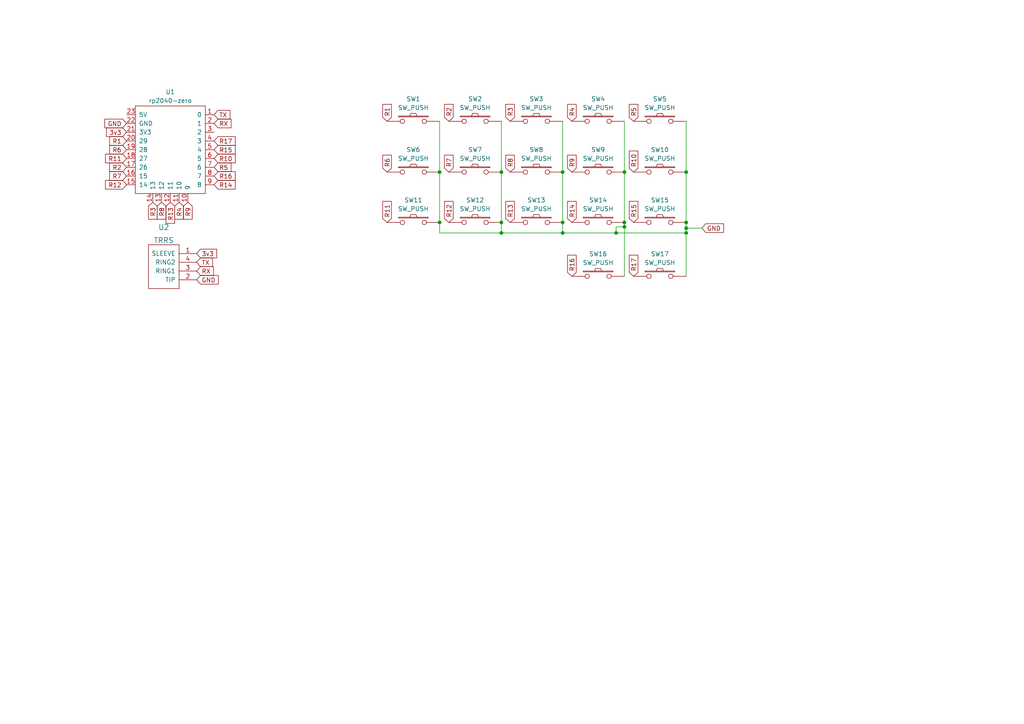
<source format=kicad_sch>
(kicad_sch (version 20230121) (generator eeschema)
  (paper "A4")
  (lib_symbols
    (symbol "kbd:SW_PUSH" (pin_numbers hide) (pin_names (offset 1.016) hide)
      (property "Reference" "SW" (at 3.81 2.794 0))
      (property "Value" "SW_PUSH" (at 0 -2.032 0))
      (symbol "SW_PUSH_0_1"
        (rectangle (start -4.318 1.27) (end 4.318 1.524))
        (polyline (pts (xy -1.016 1.524) (xy -0.762 2.286) (xy 0.762 2.286) (xy 1.016 1.524)))
        (pin passive inverted (at -7.62 0 0) (length 5.08) (name "1") (number "1"))
        (pin passive inverted (at 7.62 0 180) (length 5.08) (name "2") (number "2"))
      )
    )
    (symbol "keebio:TRRS" (pin_names (offset 1.016))
      (property "Reference" "U" (at 0 15.24 0))
      (property "Value" "TRRS" (at 0 -2.54 0))
      (symbol "TRRS_0_1"
        (rectangle (start -3.81 0) (end -3.81 12.7))
        (rectangle (start -3.81 12.7) (end 5.08 12.7))
        (rectangle (start 5.08 0) (end -3.81 0))
        (rectangle (start 5.08 12.7) (end 5.08 0))
      )
      (symbol "TRRS_1_1"
        (pin input line (at -8.89 2.54 0) (length 5.08) (name "SLEEVE") (number "1"))
        (pin input line (at -8.89 10.16 0) (length 5.08) (name "TIP") (number "2"))
        (pin input line (at -8.89 7.62 0) (length 5.08) (name "RING1") (number "3"))
        (pin input line (at -8.89 5.08 0) (length 5.08) (name "RING2") (number "4"))
      )
    )
    (symbol "mcu:rp2040-zero" (pin_names (offset 1.016))
      (property "Reference" "U" (at 0 15.24 0))
      (property "Value" "rp2040-zero" (at 0 12.7 0))
      (symbol "rp2040-zero_0_1"
        (rectangle (start -10.16 11.43) (end 10.16 -13.97))
      )
      (symbol "rp2040-zero_1_1"
        (pin bidirectional line (at 12.7 8.89 180) (length 2.54) (name "0") (number "1"))
        (pin bidirectional line (at 5.08 -16.51 90) (length 2.54) (name "9") (number "10"))
        (pin bidirectional line (at 2.54 -16.51 90) (length 2.54) (name "10") (number "11"))
        (pin bidirectional line (at 0 -16.51 90) (length 2.54) (name "11") (number "12"))
        (pin bidirectional line (at -2.54 -16.51 90) (length 2.54) (name "12") (number "13"))
        (pin bidirectional line (at -5.08 -16.51 90) (length 2.54) (name "13") (number "14"))
        (pin bidirectional line (at -12.7 -11.43 0) (length 2.54) (name "14") (number "15"))
        (pin bidirectional line (at -12.7 -8.89 0) (length 2.54) (name "15") (number "16"))
        (pin bidirectional line (at -12.7 -6.35 0) (length 2.54) (name "26") (number "17"))
        (pin bidirectional line (at -12.7 -3.81 0) (length 2.54) (name "27") (number "18"))
        (pin bidirectional line (at -12.7 -1.27 0) (length 2.54) (name "28") (number "19"))
        (pin bidirectional line (at 12.7 6.35 180) (length 2.54) (name "1") (number "2"))
        (pin bidirectional line (at -12.7 1.27 0) (length 2.54) (name "29") (number "20"))
        (pin power_out line (at -12.7 3.81 0) (length 2.54) (name "3V3") (number "21"))
        (pin power_out line (at -12.7 6.35 0) (length 2.54) (name "GND") (number "22"))
        (pin power_out line (at -12.7 8.89 0) (length 2.54) (name "5V") (number "23"))
        (pin bidirectional line (at 12.7 3.81 180) (length 2.54) (name "2") (number "3"))
        (pin bidirectional line (at 12.7 1.27 180) (length 2.54) (name "3") (number "4"))
        (pin bidirectional line (at 12.7 -1.27 180) (length 2.54) (name "4") (number "5"))
        (pin bidirectional line (at 12.7 -3.81 180) (length 2.54) (name "5") (number "6"))
        (pin bidirectional line (at 12.7 -6.35 180) (length 2.54) (name "6") (number "7"))
        (pin bidirectional line (at 12.7 -8.89 180) (length 2.54) (name "7") (number "8"))
        (pin bidirectional line (at 12.7 -11.43 180) (length 2.54) (name "8") (number "9"))
      )
    )
  )
  (junction (at 163.195 67.564))
  (junction (at 181.102 65.786))
  (junction (at 199.009 66.167))
  (junction (at 199.009 64.516))
  (junction (at 145.415 67.564))
  (junction (at 127.508 49.911))
  (junction (at 181.102 64.516))
  (junction (at 163.195 64.516))
  (junction (at 199.009 49.911))
  (junction (at 163.195 49.911))
  (junction (at 145.415 64.516))
  (junction (at 178.689 67.564))
  (junction (at 199.009 67.564))
  (junction (at 145.415 49.911))
  (junction (at 127.508 64.516))
  (junction (at 181.102 49.911))
  (wire (pts (xy 199.009 66.167) (xy 199.009 67.564)))
  (wire (pts (xy 178.689 65.786) (xy 181.102 65.786)))
  (wire (pts (xy 199.009 35.179) (xy 199.009 49.911)))
  (wire (pts (xy 127.508 35.179) (xy 127.508 49.911)))
  (wire (pts (xy 145.415 67.564) (xy 163.195 67.564)))
  (wire (pts (xy 127.508 49.911) (xy 127.508 64.516)))
  (wire (pts (xy 145.415 49.911) (xy 145.415 64.516)))
  (wire (pts (xy 199.009 67.564) (xy 199.009 80.137)))
  (wire (pts (xy 127.508 67.564) (xy 145.415 67.564)))
  (wire (pts (xy 163.195 49.911) (xy 163.195 64.516)))
  (wire (pts (xy 163.195 35.179) (xy 163.195 49.911)))
  (wire (pts (xy 163.195 64.516) (xy 163.195 67.564)))
  (wire (pts (xy 163.195 67.564) (xy 178.689 67.564)))
  (wire (pts (xy 181.102 49.911) (xy 181.102 64.516)))
  (wire (pts (xy 181.102 64.516) (xy 181.102 65.786)))
  (wire (pts (xy 145.415 64.516) (xy 145.415 67.564)))
  (wire (pts (xy 178.689 67.564) (xy 178.689 65.786)))
  (wire (pts (xy 199.009 66.167) (xy 203.581 66.167)))
  (wire (pts (xy 178.689 67.564) (xy 199.009 67.564)))
  (wire (pts (xy 199.009 64.516) (xy 199.009 66.167)))
  (wire (pts (xy 181.102 65.786) (xy 181.102 80.137)))
  (wire (pts (xy 127.508 64.516) (xy 127.508 67.564)))
  (wire (pts (xy 199.009 49.911) (xy 199.009 64.516)))
  (wire (pts (xy 145.415 35.179) (xy 145.415 49.911)))
  (wire (pts (xy 181.102 35.179) (xy 181.102 49.911)))
  (global_label "R4" (shape input) (at 51.943 58.674 270) (property "Intersheetrefs" "${INTERSHEET_REFS}" (effects hide)))
  (global_label "R6" (shape input) (at 112.268 49.911 90) (property "Intersheetrefs" "${INTERSHEET_REFS}" (effects hide)))
  (global_label "TX" (shape input) (at 57.023 76.073 0) (property "Intersheetrefs" "${INTERSHEET_REFS}" (effects hide)))
  (global_label "R5" (shape input) (at 183.769 35.179 90) (property "Intersheetrefs" "${INTERSHEET_REFS}" (effects hide)))
  (global_label "R14" (shape input) (at 62.103 53.594 0) (property "Intersheetrefs" "${INTERSHEET_REFS}" (effects hide)))
  (global_label "GND" (shape input) (at 57.023 81.153 0) (property "Intersheetrefs" "${INTERSHEET_REFS}" (effects hide)))
  (global_label "R6" (shape input) (at 36.703 43.434 180) (property "Intersheetrefs" "${INTERSHEET_REFS}" (effects hide)))
  (global_label "R9" (shape input) (at 54.483 58.674 270) (property "Intersheetrefs" "${INTERSHEET_REFS}" (effects hide)))
  (global_label "R17" (shape input) (at 62.103 40.894 0) (property "Intersheetrefs" "${INTERSHEET_REFS}" (effects hide)))
  (global_label "R9" (shape input) (at 165.862 49.911 90) (property "Intersheetrefs" "${INTERSHEET_REFS}" (effects hide)))
  (global_label "RX" (shape input) (at 62.103 35.814 0) (property "Intersheetrefs" "${INTERSHEET_REFS}" (effects hide)))
  (global_label "R13" (shape input) (at 49.403 58.674 270) (property "Intersheetrefs" "${INTERSHEET_REFS}" (effects hide)))
  (global_label "R15" (shape input) (at 62.103 43.434 0) (property "Intersheetrefs" "${INTERSHEET_REFS}" (effects hide)))
  (global_label "TX" (shape input) (at 62.103 33.274 0) (property "Intersheetrefs" "${INTERSHEET_REFS}" (effects hide)))
  (global_label "3v3" (shape input) (at 36.703 38.354 180) (property "Intersheetrefs" "${INTERSHEET_REFS}" (effects hide)))
  (global_label "R14" (shape input) (at 165.862 64.516 90) (property "Intersheetrefs" "${INTERSHEET_REFS}" (effects hide)))
  (global_label "R15" (shape input) (at 183.769 64.516 90) (property "Intersheetrefs" "${INTERSHEET_REFS}" (effects hide)))
  (global_label "R7" (shape input) (at 36.703 51.054 180) (property "Intersheetrefs" "${INTERSHEET_REFS}" (effects hide)))
  (global_label "R10" (shape input) (at 183.769 49.911 90) (property "Intersheetrefs" "${INTERSHEET_REFS}" (effects hide)))
  (global_label "R4" (shape input) (at 165.862 35.179 90) (property "Intersheetrefs" "${INTERSHEET_REFS}" (effects hide)))
  (global_label "RX" (shape input) (at 57.023 78.613 0) (property "Intersheetrefs" "${INTERSHEET_REFS}" (effects hide)))
  (global_label "3v3" (shape input) (at 57.023 73.533 0) (property "Intersheetrefs" "${INTERSHEET_REFS}" (effects hide)))
  (global_label "R11" (shape input) (at 112.268 64.516 90) (property "Intersheetrefs" "${INTERSHEET_REFS}" (effects hide)))
  (global_label "R5" (shape input) (at 62.103 48.514 0) (property "Intersheetrefs" "${INTERSHEET_REFS}" (effects hide)))
  (global_label "R16" (shape input) (at 62.103 51.054 0) (property "Intersheetrefs" "${INTERSHEET_REFS}" (effects hide)))
  (global_label "R17" (shape input) (at 183.769 80.137 90) (property "Intersheetrefs" "${INTERSHEET_REFS}" (effects hide)))
  (global_label "R2" (shape input) (at 130.175 35.179 90) (property "Intersheetrefs" "${INTERSHEET_REFS}" (effects hide)))
  (global_label "R12" (shape input) (at 36.703 53.594 180) (property "Intersheetrefs" "${INTERSHEET_REFS}" (effects hide)))
  (global_label "R3" (shape input) (at 147.955 35.179 90) (property "Intersheetrefs" "${INTERSHEET_REFS}" (effects hide)))
  (global_label "R1" (shape input) (at 112.268 35.179 90) (property "Intersheetrefs" "${INTERSHEET_REFS}" (effects hide)))
  (global_label "R10" (shape input) (at 62.103 45.974 0) (property "Intersheetrefs" "${INTERSHEET_REFS}" (effects hide)))
  (global_label "R13" (shape input) (at 147.955 64.516 90) (property "Intersheetrefs" "${INTERSHEET_REFS}" (effects hide)))
  (global_label "R8" (shape input) (at 46.863 58.674 270) (property "Intersheetrefs" "${INTERSHEET_REFS}" (effects hide)))
  (global_label "GND" (shape input) (at 203.581 66.167 0) (property "Intersheetrefs" "${INTERSHEET_REFS}" (effects hide)))
  (global_label "R2" (shape input) (at 36.703 48.514 180) (property "Intersheetrefs" "${INTERSHEET_REFS}" (effects hide)))
  (global_label "R11" (shape input) (at 36.703 45.974 180) (property "Intersheetrefs" "${INTERSHEET_REFS}" (effects hide)))
  (global_label "R7" (shape input) (at 130.175 49.911 90) (property "Intersheetrefs" "${INTERSHEET_REFS}" (effects hide)))
  (global_label "R3" (shape input) (at 44.323 58.674 270) (property "Intersheetrefs" "${INTERSHEET_REFS}" (effects hide)))
  (global_label "GND" (shape input) (at 36.703 35.814 180) (property "Intersheetrefs" "${INTERSHEET_REFS}" (effects hide)))
  (global_label "R12" (shape input) (at 130.175 64.516 90) (property "Intersheetrefs" "${INTERSHEET_REFS}" (effects hide)))
  (global_label "R1" (shape input) (at 36.703 40.894 180) (property "Intersheetrefs" "${INTERSHEET_REFS}" (effects hide)))
  (global_label "R16" (shape input) (at 165.862 80.137 90) (property "Intersheetrefs" "${INTERSHEET_REFS}" (effects hide)))
  (global_label "R8" (shape input) (at 147.955 49.911 90) (property "Intersheetrefs" "${INTERSHEET_REFS}" (effects hide)))
  (symbol (lib_id "kbd:SW_PUSH") (at 191.389 49.911 0) (unit 1)
    (property "Reference" "SW10" (at 191.389 43.434 0))
    (property "Value" "SW_PUSH" (at 191.389 45.974 0))
    (property "Footprint" "kbd:CherryMX_MidHeight_Hotswap" (effects hide))
  )
  (symbol (lib_id "kbd:SW_PUSH") (at 119.888 49.911 0) (unit 1)
    (property "Reference" "SW6" (at 119.888 43.434 0))
    (property "Value" "SW_PUSH" (at 119.888 45.974 0))
    (property "Footprint" "kbd:CherryMX_MidHeight_Hotswap" (effects hide))
  )
  (symbol (lib_id "kbd:SW_PUSH") (at 173.482 64.516 0) (unit 1)
    (property "Reference" "SW14" (at 173.482 58.039 0))
    (property "Value" "SW_PUSH" (at 173.482 60.579 0))
    (property "Footprint" "kbd:CherryMX_MidHeight_Hotswap" (effects hide))
  )
  (symbol (lib_id "kbd:SW_PUSH") (at 137.795 64.516 0) (unit 1)
    (property "Reference" "SW12" (at 137.795 58.039 0))
    (property "Value" "SW_PUSH" (at 137.795 60.579 0))
    (property "Footprint" "kbd:CherryMX_MidHeight_Hotswap" (effects hide))
  )
  (symbol (lib_id "kbd:SW_PUSH") (at 191.389 35.179 0) (unit 1)
    (property "Reference" "SW5" (at 191.389 28.702 0))
    (property "Value" "SW_PUSH" (at 191.389 31.242 0))
    (property "Footprint" "kbd:CherryMX_MidHeight_Hotswap" (effects hide))
  )
  (symbol (lib_id "kbd:SW_PUSH") (at 155.575 35.179 0) (unit 1)
    (property "Reference" "SW3" (at 155.575 28.702 0))
    (property "Value" "SW_PUSH" (at 155.575 31.242 0))
    (property "Footprint" "kbd:CherryMX_MidHeight_Hotswap" (effects hide))
  )
  (symbol (lib_id "kbd:SW_PUSH") (at 137.795 35.179 0) (unit 1)
    (property "Reference" "SW2" (at 137.795 28.702 0))
    (property "Value" "SW_PUSH" (at 137.795 31.242 0))
    (property "Footprint" "kbd:CherryMX_MidHeight_Hotswap" (effects hide))
  )
  (symbol (lib_id "kbd:SW_PUSH") (at 155.575 64.516 0) (unit 1)
    (property "Reference" "SW13" (at 155.575 58.039 0))
    (property "Value" "SW_PUSH" (at 155.575 60.579 0))
    (property "Footprint" "kbd:CherryMX_MidHeight_Hotswap" (effects hide))
  )
  (symbol (lib_id "kbd:SW_PUSH") (at 155.575 49.911 0) (unit 1)
    (property "Reference" "SW8" (at 155.575 43.434 0))
    (property "Value" "SW_PUSH" (at 155.575 45.974 0))
    (property "Footprint" "kbd:CherryMX_MidHeight_Hotswap" (effects hide))
  )
  (symbol (lib_id "kbd:SW_PUSH") (at 173.482 49.911 0) (unit 1)
    (property "Reference" "SW9" (at 173.482 43.434 0))
    (property "Value" "SW_PUSH" (at 173.482 45.974 0))
    (property "Footprint" "kbd:CherryMX_MidHeight_Hotswap" (effects hide))
  )
  (symbol (lib_id "kbd:SW_PUSH") (at 137.795 49.911 0) (unit 1)
    (property "Reference" "SW7" (at 137.795 43.434 0))
    (property "Value" "SW_PUSH" (at 137.795 45.974 0))
    (property "Footprint" "kbd:CherryMX_MidHeight_Hotswap" (effects hide))
  )
  (symbol (lib_id "keebio:TRRS") (at 48.133 70.993 180) (unit 1)
    (property "Reference" "U2" (at 47.498 65.913 0) (effects (font (size 1.524 1.524))))
    (property "Value" "TRRS" (at 47.498 69.723 0) (effects (font (size 1.524 1.524))))
    (property "Footprint" "Keebio-Parts.pretty-master:TRRS-PJ-320A-rev - Copy" (effects hide))
  )
  (symbol (lib_id "kbd:SW_PUSH") (at 173.482 35.179 0) (unit 1)
    (property "Reference" "SW4" (at 173.482 28.702 0))
    (property "Value" "SW_PUSH" (at 173.482 31.242 0))
    (property "Footprint" "kbd:CherryMX_MidHeight_Hotswap" (effects hide))
  )
  (symbol (lib_id "kbd:SW_PUSH") (at 119.888 64.516 0) (unit 1)
    (property "Reference" "SW11" (at 119.888 58.039 0))
    (property "Value" "SW_PUSH" (at 119.888 60.579 0))
    (property "Footprint" "kbd:CherryMX_MidHeight_Hotswap" (effects hide))
  )
  (symbol (lib_id "mcu:rp2040-zero") (at 49.403 42.164 0) (unit 1)
    (property "Reference" "U1" (at 49.403 26.67 0))
    (property "Value" "rp2040-zero" (at 49.403 29.21 0))
    (property "Footprint" "mcu:rp2040-zero-tht-nocut" (effects hide))
  )
  (symbol (lib_id "kbd:SW_PUSH") (at 173.482 80.137 0) (unit 1)
    (property "Reference" "SW16" (at 173.482 73.66 0))
    (property "Value" "SW_PUSH" (at 173.482 76.2 0))
    (property "Footprint" "kbd:CherryMX_MidHeight_Hotswap" (effects hide))
  )
  (symbol (lib_id "kbd:SW_PUSH") (at 119.888 35.179 0) (unit 1)
    (property "Reference" "SW1" (at 119.888 28.702 0))
    (property "Value" "SW_PUSH" (at 119.888 31.242 0))
    (property "Footprint" "kbd:CherryMX_MidHeight_Hotswap" (effects hide))
  )
  (symbol (lib_id "kbd:SW_PUSH") (at 191.389 80.137 0) (unit 1)
    (property "Reference" "SW17" (at 191.389 73.66 0))
    (property "Value" "SW_PUSH" (at 191.389 76.2 0))
    (property "Footprint" "kbd:CherryMX_MidHeight_Hotswap" (effects hide))
  )
  (symbol (lib_id "kbd:SW_PUSH") (at 191.389 64.516 0) (unit 1)
    (property "Reference" "SW15" (at 191.389 58.039 0))
    (property "Value" "SW_PUSH" (at 191.389 60.579 0))
    (property "Footprint" "kbd:CherryMX_MidHeight_Hotswap" (effects hide))
  )
)
</source>
